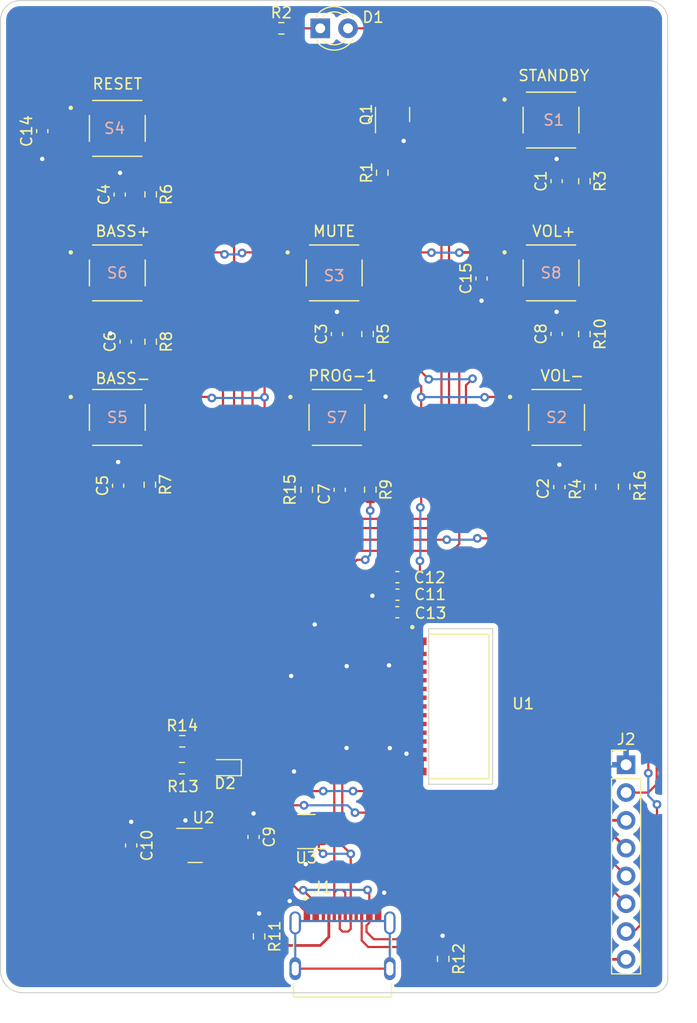
<source format=kicad_pcb>
(kicad_pcb (version 20211014) (generator pcbnew)
  (layers (0 "F.Cu" signal) (31 "B.Cu" signal) (34 "B.Paste" user) (35 "F.Paste" user) (36 "B.SilkS" user "B.Silkscreen") (37 "F.SilkS" user "F.Silkscreen") (38 "B.Mask" user) (39 "F.Mask" user) (44 "Edge.Cuts" user))
  (net 0 "")
  (net 1 "Net-(D1-Pad1)")
  (net 2 "Net-(D1-Pad2)")
  (net 4 "/SW_STANDBY")
  (net 5 "/SW_RESET")
  (net 7 "Net-(Q1-Pad1)")
  (net 10 "/SW_VOLP")
  (net 11 "/SW_VOLM")
  (net 13 "/SW_BASSP")
  (net 15 "/SW_BASSM")
  (net 16 "/SW_PROG1")
  (net 17 "GND")
  (net 18 "/USB_D+")
  (net 19 "/IR_OUT")
  (net 22 "/USB_D-")
  (net 23 "Net-(J1-PadA5)")
  (net 26 "Net-(J1-PadB5)")
  (net 27 "Net-(D2-Pad2)")
  (net 32 "+3V3")
  (net 33 "Net-(R3-Pad1)")
  (net 34 "VBUS")
  (net 35 "/RST")
  (net 36 "/BOOT0")
  (net 37 "Net-(R4-Pad1)")
  (net 38 "Net-(R5-Pad1)")
  (net 39 "Net-(R6-Pad1)")
  (net 40 "Net-(R7-Pad1)")
  (net 41 "Net-(R8-Pad1)")
  (net 42 "Net-(R9-Pad1)")
  (net 43 "Net-(R10-Pad1)")
  (net 46 "Net-(J1-PadS1)")
  (net 47 "/BOOT1")
  (net 48 "/RXD0")
  (net 49 "/TXD0")
  (net 52 "/SW_MUTE")
  (footprint "TS-1187A-B-A-B:SW_TS-1187A-B-A-B" (layer "F.Cu") (at 146.558 78.232)
    (fp_text reference "S3")
    (fp_text value "MUTE")
  )
  (footprint "Resistor_SMD:R_0603_1608Metric" (layer "F.Cu") (at 169.418 83.82 -90)
    (fp_text reference "R10")
    (fp_text value "10K")
  )
  (footprint "TS-1187A-B-A-B:SW_TS-1187A-B-A-B" (layer "F.Cu") (at 166.37 78.232)
    (fp_text reference "S8")
    (fp_text value "VOL+")
  )
  (footprint "Resistor_SMD:R_0603_1608Metric" (layer "F.Cu") (at 139.7 138.874 -90)
    (fp_text reference "R11")
    (fp_text value "5.1K")
  )
  (footprint "Resistor_SMD:R_0603_1608Metric" (layer "F.Cu") (at 149.86 98.044 -90)
    (fp_text reference "R9")
    (fp_text value "10K")
  )
  (footprint "Capacitor_SMD:C_0603_1608Metric" (layer "F.Cu") (at 166.878 69.85 90)
    (fp_text reference "C1")
    (fp_text value "100n")
  )
  (footprint "Resistor_SMD:R_0603_1608Metric" (layer "F.Cu") (at 149.606 83.82 -90)
    (fp_text reference "R5")
    (fp_text value "10K")
  )
  (footprint "Connector_PinHeader_2.54mm:PinHeader_1x08_P2.54mm_Vertical" (layer "F.Cu") (at 173.228 123.185)
    (fp_text reference "J2")
    (fp_text value "Debug connector")
  )
  (footprint "TS-1187A-B-A-B:SW_TS-1187A-B-A-B" (layer "F.Cu") (at 166.878 91.44)
    (fp_text reference "S2")
    (fp_text value "VOL-")
  )
  (footprint "LED_SMD:LED_0603_1608Metric" (layer "F.Cu") (at 136.59 123.45 180)
    (fp_text reference "D2")
    (fp_text value "Heartbeat")
  )
  (footprint "LED_THT:LED_D3.0mm_IRBlack" (layer "F.Cu") (at 145.283 55.88)
    (fp_text reference "D1")
    (fp_text value "TSAL6200")
  )
  (footprint "Capacitor_SMD:C_0603_1608Metric" (layer "F.Cu") (at 127.508 84.519 90)
    (fp_text reference "C6")
    (fp_text value "100n")
  )
  (footprint "Capacitor_SMD:C_0603_1608Metric" (layer "F.Cu") (at 152.34 107.64)
    (fp_text reference "C11")
    (fp_text value "10u")
  )
  (footprint "TS-1187A-B-A-B:SW_TS-1187A-B-A-B" (layer "F.Cu") (at 126.746 91.44)
    (fp_text reference "S5")
    (fp_text value "BASS-")
  )
  (footprint "TS-1187A-B-A-B:SW_TS-1187A-B-A-B" (layer "F.Cu") (at 126.746 65.024)
    (fp_text reference "S4")
    (fp_text value "RESET")
  )
  (footprint "Resistor_SMD:R_0603_1608Metric" (layer "F.Cu") (at 144.05 98.044 -90)
    (fp_text reference "R15")
    (fp_text value "10K")
  )
  (footprint "Resistor_SMD:R_0603_1608Metric" (layer "F.Cu") (at 129.794 71.057 -90)
    (fp_text reference "R6")
    (fp_text value "10K")
  )
  (footprint "Capacitor_SMD:C_0603_1608Metric" (layer "F.Cu") (at 126.8222 97.6762 90)
    (fp_text reference "C5")
    (fp_text value "100n")
  )
  (footprint "Resistor_SMD:R_0603_1608Metric" (layer "F.Cu") (at 132.64 123.5)
    (fp_text reference "R13")
    (fp_text value "120R")
  )
  (footprint "Capacitor_SMD:C_0603_1608Metric" (layer "F.Cu") (at 160.02 78.74 90)
    (fp_text reference "C15")
    (fp_text value "100n")
  )
  (footprint "Capacitor_SMD:C_0603_1608Metric" (layer "F.Cu") (at 128.016 130.556 -90)
    (fp_text reference "C10")
    (fp_text value "100n")
  )
  (footprint "Package_TO_SOT_SMD:SOT-23" (layer "F.Cu") (at 133.858 130.556)
    (fp_text reference "U2")
    (fp_text value "XC6206PxxxMR")
  )
  (footprint "Capacitor_SMD:C_0603_1608Metric" (layer "F.Cu") (at 147.066 98.057 90)
    (fp_text reference "C7")
    (fp_text value "100n")
  )
  (footprint "Capacitor_SMD:C_0603_1608Metric" (layer "F.Cu") (at 152.33 106.04)
    (fp_text reference "C12")
    (fp_text value "100n")
  )
  (footprint "Capacitor_SMD:C_0603_1608Metric" (layer "F.Cu") (at 167.132 97.803 90)
    (fp_text reference "C2")
    (fp_text value "100n")
  )
  (footprint "Resistor_SMD:R_0603_1608Metric" (layer "F.Cu") (at 156.52 140.925 -90)
    (fp_text reference "R12")
    (fp_text value "5.1K")
  )
  (footprint "Capacitor_SMD:C_0603_1608Metric" (layer "F.Cu") (at 166.878 83.807 90)
    (fp_text reference "C8")
    (fp_text value "100n")
  )
  (footprint "Capacitor_SMD:C_0603_1608Metric" (layer "F.Cu") (at 139.192 129.781 -90)
    (fp_text reference "C9")
    (fp_text value "10u")
  )
  (footprint "Capacitor_SMD:C_0603_1608Metric" (layer "F.Cu") (at 152.32 109.24)
    (fp_text reference "C13")
    (fp_text value "10u")
  )
  (footprint "Package_TO_SOT_SMD:SOT-23-6" (layer "F.Cu") (at 144.018 129.286 180)
    (fp_text reference "U3")
    (fp_text value "SRV05-4")
  )
  (footprint "TS-1187A-B-A-B:SW_TS-1187A-B-A-B" (layer "F.Cu") (at 126.746 78.232)
    (fp_text reference "S6")
    (fp_text value "BASS+")
  )
  (footprint "TS-1187A-B-A-B:SW_TS-1187A-B-A-B" (layer "F.Cu") (at 166.37 64.262)
    (fp_text reference "S1")
    (fp_text value "STANDBY")
  )
  (footprint "Resistor_SMD:R_0603_1608Metric" (layer "F.Cu") (at 150.95 69.075 90)
    (fp_text reference "R1")
    (fp_text value "1K")
  )
  (footprint "ESP32-C3-MINI-1-N4:XCVR_ESP32-C3-MINI-1-N4" (layer "F.Cu") (at 152.4 117.856 -90)
    (fp_text reference "U1")
    (fp_text value "ESP32-C3-MINI-1-N4")
  )
  (footprint "Resistor_SMD:R_0603_1608Metric" (layer "F.Cu") (at 169.926 97.79 -90)
    (fp_text reference "R4")
    (fp_text value "10K")
  )
  (footprint "Package_TO_SOT_SMD:SOT-23" (layer "F.Cu") (at 151.892 63.754 90)
    (fp_text reference "Q1")
    (fp_text value "MMBT3904")
  )
  (footprint "Capacitor_SMD:C_0603_1608Metric" (layer "F.Cu") (at 126.963 71.07 90)
    (fp_text reference "C4")
    (fp_text value "100n")
  )
  (footprint "TYPE-C-31-M-12:HRO_TYPE-C-31-M-12" (layer "F.Cu") (at 147.32 141.8165)
    (fp_text reference "J1")
    (fp_text value "TYPE-C-31-M-12")
  )
  (footprint "Resistor_SMD:R_0603_1608Metric" (layer "F.Cu") (at 173.05 97.775 -90)
    (fp_text reference "R16")
    (fp_text value "10K")
  )
  (footprint "Resistor_SMD:R_0603_1608Metric" (layer "F.Cu") (at 169.418 69.85 -90)
    (fp_text reference "R3")
    (fp_text value "10K")
  )
  (footprint "TS-1187A-B-A-B:SW_TS-1187A-B-A-B" (layer "F.Cu") (at 146.812 91.44)
    (fp_text reference "S7")
    (fp_text value "PROG-1")
  )
  (footprint "Resistor_SMD:R_0603_1608Metric" (layer "F.Cu") (at 129.7178 97.5868 -90)
    (fp_text reference "R7")
    (fp_text value "10K")
  )
  (footprint "Resistor_SMD:R_0603_1608Metric" (layer "F.Cu") (at 129.794 84.519 -90)
    (fp_text reference "R8")
    (fp_text value "10K")
  )
  (footprint "Capacitor_SMD:C_0603_1608Metric" (layer "F.Cu") (at 146.812 83.82 90)
    (fp_text reference "C3")
    (fp_text value "100n")
  )
  (footprint "Capacitor_SMD:C_0603_1608Metric" (layer "F.Cu") (at 119.888 65.278 90)
    (fp_text reference "C14")
    (fp_text value "100n")
  )
  (footprint "Resistor_SMD:R_0603_1608Metric" (layer "F.Cu") (at 141.732 55.88)
    (fp_text reference "R2")
    (fp_text value "10R")
  )
  (footprint "Resistor_SMD:R_0603_1608Metric" (layer "F.Cu") (at 132.68 121.04)
    (fp_text reference "R14")
    (fp_text value "10K")
  )
  (gr_arc (start 177.038 142.748) (mid 176.666026 143.646026) (end 175.768 144.018) (layer "Edge.Cuts") (width 0.1))
  (gr_arc (start 118.11 144.018) (mid 116.673159 143.422841) (end 116.078 141.986) (layer "Edge.Cuts") (width 0.1))
  (gr_line (start 116.078 141.986) (end 116.078 55.118) (layer "Edge.Cuts") (width 0.1))
  (gr_arc (start 116.078 55.118) (mid 116.598764 53.860764) (end 117.856 53.34) (layer "Edge.Cuts") (width 0.1))
  (gr_arc (start 175.26 53.34) (mid 176.424949 53.774803) (end 177.02013 54.866553) (layer "Edge.Cuts") (width 0.1))
  (gr_line (start 177.02013 54.866553) (end 177.038 142.748) (layer "Edge.Cuts") (width 0.1))
  (gr_line (start 117.856 53.34) (end 175.26 53.34) (layer "Edge.Cuts") (width 0.1))
  (gr_line (start 175.768 144.018) (end 118.11 144.018) (layer "Edge.Cuts") (width 0.1))
  (gr_rect (start 161.036 124.968) (end 155.194 110.744) (layer "Edge.Cuts") (width 0.1) (fill none))
  (segment (start 142.557 55.88) (end 145.283 55.88) (width 0.2) (layer "F.Cu") (net 1))
  (segment (start 151.892 57.404) (end 151.892 62.8165) (width 0.2) (layer "F.Cu") (net 2))
  (segment (start 147.823 55.88) (end 150.368 55.88) (width 0.2) (layer "F.Cu") (net 2))
  (segment (start 150.368 55.88) (end 151.892 57.404) (width 0.2) (layer "F.Cu") (net 2))
  (segment (start 158.785 70.675) (end 157.05 72.41) (width 0.2) (layer "F.Cu") (net 4))
  (segment (start 142.289 101.551) (end 156.669 101.551) (width 0.2) (layer "F.Cu") (net 4))
  (segment (start 140.716 103.124) (end 142.289 101.551) (width 0.2) (layer "F.Cu") (net 4))
  (segment (start 144.8 113.056) (end 142.012 113.056) (width 0.2) (layer "F.Cu") (net 4))
  (segment (start 169.418 70.675) (end 158.785 70.675) (width 0.2) (layer "F.Cu") (net 4))
  (segment (start 140.716 111.76) (end 140.716 103.124) (width 0.2) (layer "F.Cu") (net 4))
  (segment (start 142.012 113.056) (end 140.716 111.76) (width 0.2) (layer "F.Cu") (net 4))
  (segment (start 157.05 72.41) (end 157.05 101.17) (width 0.2) (layer "F.Cu") (net 4))
  (segment (start 156.669 101.551) (end 157.05 101.17) (width 0.2) (layer "F.Cu") (net 4))
  (segment (start 144.8 118.656) (end 142.024 118.656) (width 0.2) (layer "F.Cu") (net 5))
  (segment (start 142.024 118.656) (end 137.414 114.046) (width 0.2) (layer "F.Cu") (net 5))
  (segment (start 126.963 71.845) (end 127 71.882) (width 0.2) (layer "F.Cu") (net 5))
  (segment (start 137.414 74.93) (end 137.414 105.156) (width 0.2) (layer "F.Cu") (net 5))
  (segment (start 127 71.882) (end 134.366 71.882) (width 0.2) (layer "F.Cu") (net 5))
  (segment (start 134.366 71.882) (end 137.414 74.93) (width 0.2) (layer "F.Cu") (net 5))
  (segment (start 137.414 114.046) (end 137.414 105.156) (width 0.2) (layer "F.Cu") (net 5))
  (segment (start 150.942 68.069) (end 150.939 68.072) (width 0.2) (layer "F.Cu") (net 7))
  (segment (start 150.942 64.6915) (end 150.942 68.069) (width 0.2) (layer "F.Cu") (net 7))
  (segment (start 158.814 84.645) (end 157.988 85.471) (width 0.2) (layer "F.Cu") (net 10))
  (segment (start 147.066 108.077) (end 149.7 110.711) (width 0.2) (layer "F.Cu") (net 10))
  (segment (start 157.353 103.632) (end 148.209 103.632) (width 0.2) (layer "F.Cu") (net 10))
  (segment (start 147.066 104.775) (end 147.066 108.077) (width 0.2) (layer "F.Cu") (net 10))
  (segment (start 169.418 84.645) (end 158.814 84.645) (width 0.2) (layer "F.Cu") (net 10))
  (segment (start 149.7 110.711) (end 149.7 111.956) (width 0.2) (layer "F.Cu") (net 10))
  (segment (start 157.988 102.997) (end 157.353 103.632) (width 0.2) (layer "F.Cu") (net 10))
  (segment (start 157.988 85.471) (end 157.988 102.997) (width 0.2) (layer "F.Cu") (net 10))
  (segment (start 148.209 103.632) (end 147.066 104.775) (width 0.2) (layer "F.Cu") (net 10))
  (segment (start 144.8 116.256) (end 142.056 116.256) (width 0.2) (layer "F.Cu") (net 11))
  (segment (start 139.1 88.1) (end 139.25 87.95) (width 0.2) (layer "F.Cu") (net 11))
  (segment (start 139.1 113.3) (end 139.1 88.1) (width 0.2) (layer "F.Cu") (net 11))
  (segment (start 158.6 88.5) (end 159.2 87.9) (width 0.2) (layer "F.Cu") (net 11))
  (segment (start 169.926 98.615) (end 159.015 98.615) (width 0.2) (layer "F.Cu") (net 11))
  (segment (start 142.056 116.256) (end 139.1 113.3) (width 0.2) (layer "F.Cu") (net 11))
  (segment (start 139.25 87.95) (end 141.05 86.15) (width 0.2) (layer "F.Cu") (net 11))
  (segment (start 153.4 86.15) (end 155.2 87.95) (width 0.2) (layer "F.Cu") (net 11))
  (segment (start 159.015 98.615) (end 158.6 98.2) (width 0.2) (layer "F.Cu") (net 11))
  (segment (start 141.05 86.15) (end 153.35 86.15) (width 0.2) (layer "F.Cu") (net 11))
  (segment (start 153.35 86.15) (end 153.4 86.15) (width 0.2) (layer "F.Cu") (net 11))
  (segment (start 158.6 98.2) (end 158.6 88.5) (width 0.2) (layer "F.Cu") (net 11))
  (via (at 155.2 87.95) (size 0.8) (drill 0.4) (layers "F.Cu" "B.Cu") (net 11))
  (via (at 159.2 87.9) (size 0.8) (drill 0.4) (layers "F.Cu" "B.Cu") (net 11))
  (segment (start 159.15 87.95) (end 159.2 87.9) (width 0.2) (layer "B.Cu") (net 11))
  (segment (start 155.2 87.95) (end 159.15 87.95) (width 0.2) (layer "B.Cu") (net 11))
  (segment (start 136.398 86.868) (end 136.398 114.3) (width 0.2) (layer "F.Cu") (net 13))
  (segment (start 134.874 85.344) (end 136.398 86.868) (width 0.2) (layer "F.Cu") (net 13))
  (segment (start 129.794 85.344) (end 134.874 85.344) (width 0.2) (layer "F.Cu") (net 13))
  (segment (start 127.558 85.344) (end 127.508 85.294) (width 0.2) (layer "F.Cu") (net 13))
  (segment (start 144.8 119.456) (end 141.554 119.456) (width 0.2) (layer "F.Cu") (net 13))
  (segment (start 136.398 114.3) (end 139.192 117.094) (width 0.2) (layer "F.Cu") (net 13))
  (segment (start 129.794 85.344) (end 127.558 85.344) (width 0.2) (layer "F.Cu") (net 13))
  (segment (start 141.554 119.456) (end 139.192 117.094) (width 0.2) (layer "F.Cu") (net 13))
  (segment (start 126.8222 98.4512) (end 135.0272 98.4512) (width 0.2) (layer "F.Cu") (net 15))
  (segment (start 144.8 120.256) (end 141.084 120.256) (width 0.2) (layer "F.Cu") (net 15))
  (segment (start 135.0272 98.4512) (end 135.636 99.06) (width 0.2) (layer "F.Cu") (net 15))
  (segment (start 141.084 120.256) (end 135.636 114.808) (width 0.2) (layer "F.Cu") (net 15))
  (segment (start 135.636 114.808) (end 135.636 99.06) (width 0.2) (layer "F.Cu") (net 15))
  (segment (start 149.86 98.869) (end 149.86 99.94) (width 0.2) (layer "F.Cu") (net 16))
  (segment (start 150.5 110.45) (end 147.95 107.9) (width 0.2) (layer "F.Cu") (net 16))
  (segment (start 148.65 104.45) (end 149.4 104.45) (width 0.2) (layer "F.Cu") (net 16))
  (segment (start 144.05 98.869) (end 149.86 98.869) (width 0.2) (layer "F.Cu") (net 16))
  (segment (start 150.5 111.956) (end 150.5 110.45) (width 0.2) (layer "F.Cu") (net 16))
  (segment (start 147.95 107.9) (end 147.95 105.15) (width 0.2) (layer "F.Cu") (net 16))
  (segment (start 147.95 105.15) (end 148.65 104.45) (width 0.2) (layer "F.Cu") (net 16))
  (segment (start 149.86 99.94) (end 149.85 99.95) (width 0.2) (layer "F.Cu") (net 16))
  (via (at 149.85 99.95) (size 0.8) (drill 0.4) (layers "F.Cu" "B.Cu") (net 16))
  (via (at 149.4 104.45) (size 0.8) (drill 0.4) (layers "F.Cu" "B.Cu") (net 16))
  (segment (start 149.85 99.95) (end 149.85 104) (width 0.2) (layer "B.Cu") (net 16))
  (segment (start 149.85 104) (end 149.4 104.45) (width 0.2) (layer "B.Cu") (net 16))
  (segment (start 154.6 113.856) (end 154.6 114.656) (width 0.2) (layer "F.Cu") (net 17))
  (segment (start 126.8222 96.9012) (end 126.8222 95.5172) (width 0.2) (layer "F.Cu") (net 17))
  (segment (start 151.675 115.881) (end 147.725 115.881) (width 0.2) (layer "F.Cu") (net 17))
  (segment (start 144.8 111.956) (end 144.75 111.906) (width 0.2) (layer "F.Cu") (net 17))
  (segment (start 154.65 111.906) (end 154.65 113.006) (width 0.2) (layer "F.Cu") (net 17))
  (segment (start 145.7 111.956) (end 144.8 111.956) (width 0.2) (layer "F.Cu") (net 17))
  (segment (start 151.675 115.881) (end 151.675 119.724) (width 0.2) (layer "F.Cu") (net 17))
  (segment (start 144.07 136.7215) (end 142.9845 135.636) (width 0.2) (layer "F.Cu") (net 17))
  (segment (start 152.9 113.1) (end 152.9 111.956) (width 0.2) (layer "F.Cu") (net 17))
  (segment (start 150.05 107.74) (end 151.465 107.74) (width 0.2) (layer "F.Cu") (net 17))
  (segment (start 154.65 113.006) (end 154.6 113.056) (width 0.2) (layer "F.Cu") (net 17))
  (segment (start 160.02 79.515) (end 160.02 80.772) (width 0.25) (layer "F.Cu") (net 17))
  (segment (start 154.6 122.656) (end 153.644 122.656) (width 0.2) (layer "F.Cu") (net 17))
  (segment (start 132.9205 129.606) (end 132.9205 128.3185) (width 0.2) (layer "F.Cu") (net 17))
  (segment (start 151.638 119.868) (end 151.675 119.831) (width 0.2) (layer "F.Cu") (net 17))
  (segment (start 147.69 121.65) (end 147.69 119.866) (width 0.2) (layer "F.Cu") (net 17))
  (segment (start 151.675 114.205) (end 151.57 114.1) (width 0.2) (layer "F.Cu") (net 17))
  (segment (start 149.7 119.831) (end 149.7 115.881) (width 0.2) (layer "F.Cu") (net 17))
  (segment (start 151.675 119.724) (end 151.638 119.761) (width 0.2) (layer "F.Cu") (net 17))
  (segment (start 153.644 122.656) (end 153.162 122.174) (width 0.2) (layer "F.Cu") (net 17))
  (segment (start 152.842 64.6915) (end 152.842 66.101) (width 0.2) (layer "F.Cu") (net 17))
  (segment (start 151.555 106.04) (end 151.555 109.26) (width 0.2) (layer "F.Cu") (net 17))
  (segment (start 156.52 140.1) (end 156.52 138.867) (width 0.2) (layer "F.Cu") (net 17))
  (segment (start 144.803283 129.29) (end 144.26 129.29) (width 0.2) (layer "F.Cu") (net 17))
  (segment (start 126.963 70.295) (end 126.963 69.125) (width 0.2) (layer "F.Cu") (net 17))
  (segment (start 154.6 114.656) (end 152.9 114.656) (width 0.2) (layer "F.Cu") (net 17))
  (segment (start 154.6 113.056) (end 154.6 113.856) (width 0.2) (layer "F.Cu") (net 17))
  (segment (start 147.701 114.173) (end 147.701 115.951) (width 0.2) (layer "F.Cu") (net 17))
  (segment (start 142.63 115.07) (end 143.044 114.656) (width 0.2) (layer "F.Cu") (net 17))
  (segment (start 154.6 117.856) (end 151.675 117.856) (width 0.2) (layer "F.Cu") (net 17))
  (segment (start 132.9205 128.3185) (end 132.969 128.27) (width 0.2) (layer "F.Cu") (net 17))
  (segment (start 154.65 122.706) (end 154.6 122.656) (width 0.2) (layer "F.Cu") (net 17))
  (segment (start 144.807283 129.286) (end 144.803283 129.29) (width 0.2) (layer "F.Cu") (net 17))
  (segment (start 154.65 123.806) (end 154.65 122.706) (width 0.2) (layer "F.Cu") (net 17))
  (segment (start 151.638 119.761) (end 151.568 119.831) (width 0.2) (layer "F.Cu") (net 17))
  (segment (start 149.7 115.881) (end 149.93 115.881) (width 0.2) (layer "F.Cu") (net 17))
  (segment (start 166.878 69.075) (end 166.878 67.818) (width 0.2) (layer "F.Cu") (net 17))
  (segment (start 145.1555 129.286) (end 144.807283 129.286) (width 0.2) (layer "F.Cu") (net 17))
  (segment (start 144.75 123.806) (end 142.896 123.806) (width 0.2) (layer "F.Cu") (net 17))
  (segment (start 151.554 107.762) (end 151.567 107.775) (width 0.2) (layer "F.Cu") (net 17))
  (segment (start 147.725 117.856) (end 151.675 117.856) (width 0.2) (layer "F.Cu") (net 17))
  (segment (start 142.9845 135.636) (end 142.494 135.636) (width 0.2) (layer "F.Cu") (net 17))
  (segment (start 154.65 111.906) (end 152.95 111.906) (width 0.2) (layer "F.Cu") (net 17))
  (segment (start 144.07 129.48) (end 144.07 132.16) (width 0.2) (layer "F.Cu") (net 17))
  (segment (start 151.9 114.1) (end 152.9 113.1) (width 0.2) (layer "F.Cu") (net 17))
  (segment (start 144.07 132.16) (end 143.96 132.27) (width 0.2) (layer "F.Cu") (net 17))
  (segment (start 152.95 111.906) (end 152.9 111.956) (width 0.2) (layer "F.Cu") (net 17))
  (segment (start 147.725 119.831) (end 151.675 119.831) (width 0.2) (layer "F.Cu") (net 17))
  (segment (start 119.888 66.053) (end 119.888 67.818) (width 0.25) (layer "F.Cu") (net 17))
  (segment (start 147.69 119.866) (end 147.725 119.831) (width 0.2) (layer "F.Cu") (net 17))
  (segment (start 147.725 119.831) (end 147.725 115.881) (width 0.2) (layer "F.Cu") (net 17))
  (segment (start 143.044 114.656) (end 144.8 114.656) (width 0.2) (layer "F.Cu") (net 17))
  (segment (start 151.227 89.565) (end 143.812 89.565) (width 0.25) (layer "F.Cu") (net 17))
  (segment (start 151.57 114.1) (end 151.9 114.1) (width 0.2) (layer "F.Cu") (net 17))
  (segment (start 166.878 83.032) (end 166.878 81.788) (width 0.2) (layer "F.Cu") (net 17))
  (segment (start 144.26 129.29) (end 144.07 129.48) (width 0.2) (layer "F.Cu") (net 17))
  (segment (start 151.567 109.248) (end 151.545 109.27) (width 0.2) (layer "F.Cu") (net 17))
  (segment (start 126.963 69.125) (end 127 69.088) (width 0.2) (layer "F.Cu") (net 17))
  (segment (start 144.75 111.906) (end 144.75 110.393) (width 0.2) (layer "F.Cu") (net 17))
  (segment (start 151.638 117.856) (end 151.765 117.729) (width 0.2) (layer "F.Cu") (net 17))
  (segment (start 151.675 115.881) (end 151.675 114.205) (width 0.2) (layer "F.Cu") (net 17))
  (segment (start 151.257 89.535) (end 151.227 89.565) (width 0.25) (layer "F.Cu") (net 17))
  (segment (start 128.016 129.781) (end 128.016 128.397) (width 0.2) (layer "F.Cu") (net 17))
  (segment (start 151.465 107.74) (end 151.565 107.64) (width 0.2) (layer "F.Cu") (net 17))
  (segment (start 151.638 121.666) (end 151.638 119.868) (width 0.2) (layer "F.Cu") (net 17))
  (segment (start 126.124 83.744) (end 126.111 83.757) (width 0.2) (layer "F.Cu") (net 17))
  (segment (start 151.675 115.881) (end 152.9 114.656) (width 0.2) (layer "F.Cu") (net 17))
  (segment (start 150.57 136.7215) (end 150.57 135.434) (width 0.2) (layer "F.Cu") (net 17))
  (segment (start 152.842 66.101) (end 152.908 66.167) (width 0.2) (layer "F.Cu") (net 17))
  (segment (start 139.7 138.049) (end 139.7 136.779) (width 0.2) (layer "F.Cu") (net 17))
  (segment (start 139.192 129.006) (end 139.192 127.635) (width 0.2) (layer "F.Cu") (net 17))
  (segment (start 127.508 83.744) (end 126.124 83.744) (width 0.2) (layer "F.Cu") (net 17))
  (segment (start 144.75 110.393) (end 144.78 110.363) (width 0.2) (layer "F.Cu") (net 17))
  (segment (start 142.896 123.806) (end 142.89 123.8) (width 0.2) (layer "F.Cu") (net 17))
  (segment (start 146.812 83.045) (end 146.812 81.788) (width 0.2) (layer "F.Cu") (net 17))
  (segment (start 154.6 117.056) (end 154.6 114.656) (width 0.2) (layer "F.Cu") (net 17))
  (segment (start 150.57 135.434) (end 151.13 134.874) (width 0.2) (layer "F.Cu") (net 17))
  (segment (start 167.132 97.028) (end 167.132 95.758) (width 0.2) (layer "F.Cu") (net 17))
  (segment (start 156.52 138.867) (end 156.464 138.811) (width 0.2) (layer "F.Cu") (net 17))
  (segment (start 154.6 117.056) (end 154.6 122.656) (width 0.2) (layer "F.Cu") (net 17))
  (via (at 126.111 83.757) (size 0.8) (drill 0.4) (layers "F.Cu" "B.Cu") (net 17))
  (via (at 151.257 89.535) (size 0.8) (drill 0.4) (layers "F.Cu" "B.Cu") (net 17))
  (via (at 146.812 81.788) (size 0.8) (drill 0.4) (layers "F.Cu" "B.Cu") (net 17))
  (via (at 166.878 81.788) (size 0.8) (drill 0.4) (layers "F.Cu" "B.Cu") (net 17))
  (via (at 126.8222 95.5172) (size 0.8) (drill 0.4) (layers "F.Cu" "B.Cu") (net 17))
  (via (at 144.78 110.363) (size 0.8) (drill 0.4) (layers "F.Cu" "B.Cu") (net 17))
  (via (at 151.13 134.874) (size 0.8) (drill 0.4) (layers "F.Cu" "B.Cu") (net 17))
  (via (at 166.878 67.818) (size 0.8) (drill 0.4) (layers "F.Cu" "B.Cu") (net 17))
  (via (at 151.57 114.1) (size 0.8) (drill 0.4) (layers "F.Cu" "B.Cu") (net 17))
  (via (at 128.016 128.397) (size 0.8) (drill 0.4) (layers "F.Cu" "B.Cu") (net 17))
  (via (at 127 69.088) (size 0.8) (drill 0.4) (layers "F.Cu" "B.Cu") (net 17))
  (via (at 119.888 67.818) (size 0.8) (drill 0.4) (layers "F.Cu" "B.Cu") (net 17))
  (via (at 153.162 122.174) (size 0.8) (drill 0.4) (layers "F.Cu" "B.Cu") (net 17))
  (via (at 139.7 136.779) (size 0.8) (drill 0.4) (layers "F.Cu" "B.Cu") (net 17))
  (via (at 152.908 66.167) (size 0.8) (drill 0.4) (layers "F.Cu" "B.Cu") (net 17))
  (via (at 142.89 123.8) (size 0.8) (drill 0.4) (layers "F.Cu" "B.Cu") (net 17))
  (via (at 156.464 138.811) (size 0.8) (drill 0.4) (layers "F.Cu" "B.Cu") (net 17))
  (via (at 139.192 127.635) (size 0.8) (drill 0.4) (layers "F.Cu" "B.Cu") (net 17))
  (via (at 142.494 135.636) (size 0.8) (drill 0.4) (layers "F.Cu" "B.Cu") (net 17))
  (via (at 132.969 128.27) (size 0.8) (drill 0.4) (layers "F.Cu" "B.Cu") (net 17))
  (via (at 167.132 95.758) (size 0.8) (drill 0.4) (layers "F.Cu" "B.Cu") (net 17))
  (via (at 151.638 121.666) (size 0.8) (drill 0.4) (layers "F.Cu" "B.Cu") (net 17))
  (via (at 147.69 121.65) (size 0.8) (drill 0.4) (layers "F.Cu" "B.Cu") (net 17))
  (via (at 143.96 132.27) (size 0.8) (drill 0.4) (layers "F.Cu" "B.Cu") (net 17))
  (via (at 150.05 107.74) (size 0.8) (drill 0.4) (layers "F.Cu" "B.Cu") (net 17))
  (via (at 147.701 114.173) (size 0.8) (drill 0.4) (layers "F.Cu" "B.Cu") (net 17))
  (via (at 142.63 115.07) (size 0.8) (drill 0.4) (layers "F.Cu" "B.Cu") (net 17))
  (via (at 160.02 80.772) (size 0.8) (drill 0.4) (layers "F.Cu" "B.Cu") (net 17))
  (segment (start 145.1555 130.9315) (end 145.542 131.318) (width 0.2) (layer "F.Cu") (net 18))
  (segment (start 147.3 123.756) (end 147.3 130.56) (width 0.2) (layer "F.Cu") (net 18))
  (segment (start 147.3 130.56) (end 148.07 131.33) (width 0.2) (layer "F.Cu") (net 18))
  (segment (start 148.07 138.188) (end 148.07 136.7215) (width 0.2) (layer "F.Cu") (net 18))
  (segment (start 147.828 138.43) (end 148.07 138.188) (width 0.2) (layer "F.Cu") (net 18))
  (segment (start 145.1555 130.236) (end 145.1555 130.9315) (width 0.2) (layer "F.Cu") (net 18))
  (segment (start 147.07 136.7215) (end 147.07 138.18) (width 0.2) (layer "F.Cu") (net 18))
  (segment (start 148.07 131.33) (end 148.07 136.7215) (width 0.2) (layer "F.Cu") (net 18))
  (segment (start 147.32 138.43) (end 147.828 138.43) (width 0.2) (layer "F.Cu") (net 18))
  (segment (start 147.07 138.18) (end 147.32 138.43) (width 0.2) (layer "F.Cu") (net 18))
  (via (at 148.07 131.33) (size 0.8) (drill 0.4) (layers "F.Cu" "B.Cu") (net 18))
  (via (at 145.542 131.318) (size 0.8) (drill 0.4) (layers "F.Cu" "B.Cu") (net 18))
  (segment (start 148.058 131.318) (end 148.07 131.33) (width 0.2) (layer "B.Cu") (net 18))
  (segment (start 145.542 131.318) (end 148.058 131.318) (width 0.2) (layer "B.Cu") (net 18))
  (segment (start 141.732 100.711) (end 155.575 100.711) (width 0.2) (layer "F.Cu") (net 19))
  (segment (start 150.95 69.9) (end 154.47 69.9) (width 0.2) (layer "F.Cu") (net 19))
  (segment (start 144.8 113.856) (end 141.542 113.856) (width 0.2) (layer "F.Cu") (net 19))
  (segment (start 139.827 102.616) (end 141.732 100.711) (width 0.2) (layer "F.Cu") (net 19))
  (segment (start 156.36 99.926) (end 156.36 98.91) (width 0.2) (layer "F.Cu") (net 19))
  (segment (start 155.575 100.711) (end 156.36 99.926) (width 0.2) (layer "F.Cu") (net 19))
  (segment (start 154.47 69.9) (end 156.36 71.79) (width 0.2) (layer "F.Cu") (net 19))
  (segment (start 156.36 71.79) (end 156.36 98.91) (width 0.2) (layer "F.Cu") (net 19))
  (segment (start 141.542 113.856) (end 139.827 112.141) (width 0.2) (layer "F.Cu") (net 19))
  (segment (start 139.827 112.141) (end 139.827 102.616) (width 0.2) (layer "F.Cu") (net 19))
  (segment (start 147.574 134.874) (end 147.32 134.62) (width 0.2) (layer "F.Cu") (net 22))
  (segment (start 146.57 123.826) (end 146.57 128.258) (width 0.2) (layer "F.Cu") (net 22))
  (segment (start 147.32 134.62) (end 146.812 134.62) (width 0.2) (layer "F.Cu") (net 22))
  (segment (start 147.57 134.878) (end 147.574 134.874) (width 0.2) (layer "F.Cu") (net 22))
  (segment (start 146.812 134.62) (end 146.57 134.862) (width 0.2) (layer "F.Cu") (net 22))
  (segment (start 147.57 136.7215) (end 147.57 134.878) (width 0.2) (layer "F.Cu") (net 22))
  (segment (start 146.57 128.258) (end 146.57 134.862) (width 0.2) (layer "F.Cu") (net 22))
  (segment (start 146.5 123.756) (end 146.57 123.826) (width 0.2) (layer "F.Cu") (net 22))
  (segment (start 145.1555 128.336) (end 146.492 128.336) (width 0.2) (layer "F.Cu") (net 22))
  (segment (start 146.57 134.862) (end 146.57 136.7215) (width 0.2) (layer "F.Cu") (net 22))
  (segment (start 146.492 128.336) (end 146.57 128.258) (width 0.2) (layer "F.Cu") (net 22))
  (segment (start 139.7 139.699) (end 145.289 139.699) (width 0.25) (layer "F.Cu") (net 23))
  (segment (start 146.07 138.918) (end 145.289 139.699) (width 0.25) (layer "F.Cu") (net 23))
  (segment (start 146.07 136.7215) (end 146.07 138.918) (width 0.25) (layer "F.Cu") (net 23))
  (segment (start 156.52 141.75) (end 154.4 141.75) (width 0.2) (layer "F.Cu") (net 26))
  (segment (start 149.07 139.24) (end 149.07 136.7215) (width 0.2) (layer "F.Cu") (net 26))
  (segment (start 152.49 139.84) (end 149.67 139.84) (width 0.2) (layer "F.Cu") (net 26))
  (segment (start 153.435 140.785) (end 152.49 139.84) (width 0.2) (layer "F.Cu") (net 26))
  (segment (start 149.67 139.84) (end 149.07 139.24) (width 0.2) (layer "F.Cu") (net 26))
  (segment (start 154.4 141.75) (end 153.435 140.785) (width 0.2) (layer "F.Cu") (net 26))
  (segment (start 135.7525 123.5) (end 135.8025 123.45) (width 0.2) (layer "F.Cu") (net 27))
  (segment (start 133.465 123.5) (end 135.7525 123.5) (width 0.2) (layer "F.Cu") (net 27))
  (segment (start 141.351 86.995) (end 152.908 86.995) (width 0.2) (layer "F.Cu") (net 32))
  (segment (start 119.888 64.503) (end 119.888 63.246) (width 0.25) (layer "F.Cu") (net 32))
  (segment (start 175.925 89.565) (end 176.022 89.662) (width 0.2) (layer "F.Cu") (net 32))
  (segment (start 154.39 105.67) (end 154.02 106.04) (width 0.2) (layer "F.Cu") (net 32))
  (segment (start 130.616 131.506) (end 128.191 131.506) (width 0.2) (layer "F.Cu") (net 32))
  (segment (start 130.61 124.705) (end 130.61 126.03) (width 0.2) (layer "F.Cu") (net 32))
  (segment (start 117.191 63.149) (end 117.094 63.246) (width 0.2) (layer "F.Cu") (net 32))
  (segment (start 123.06 123.5) (end 117.094 117.534) (width 0.2) (layer "F.Cu") (net 32))
  (segment (start 160.02 76.454) (end 159.923 76.357) (width 0.25) (layer "F.Cu") (net 32))
  (segment (start 140.2 88.146) (end 141.351 86.995) (width 0.2) (layer "F.Cu") (net 32))
  (segment (start 117.856 55.88) (end 117.094 56.642) (width 0.2) (layer "F.Cu") (net 32))
  (segment (start 159.923 76.357) (end 163.37 76.357) (width 0.25) (layer "F.Cu") (net 32))
  (segment (start 173.05 96.95) (end 176 96.95) (width 0.2) (layer "F.Cu") (net 32))
  (segment (start 152.1 110.83) (end 153.095 109.835) (width 0.2) (layer "F.Cu") (net 32))
  (segment (start 163.37 62.387) (end 169.37 62.387) (width 0.25) (layer "F.Cu") (net 32))
  (segment (start 160.3 89.6) (end 160.335 89.565) (width 0.2) (layer "F.Cu") (net 32))
  (segment (start 129.746 63.149) (end 119.791 63.149) (width 0.2) (layer "F.Cu") (net 32))
  (segment (start 129.746 76.357) (end 117.191 76.357) (width 0.2) (layer "F.Cu") (net 32))
  (segment (start 154.51 89.58) (end 154.51 99.582) (width 0.2) (layer "F.Cu") (net 32))
  (segment (start 140.2 95.4) (end 140.2 89.6) (width 0.2) (layer "F.Cu") (net 32))
  (segment (start 144.113 97.282) (end 144.05 97.219) (width 0.2) (layer "F.Cu") (net 32))
  (segment (start 117.251 89.565) (end 117.094 89.408) (width 0.2) (layer "F.Cu") (net 32))
  (segment (start 138.193 76.357) (end 143.558 76.357) (width 0.2) (layer "F.Cu") (net 32))
  (segment (start 131.815 123.5) (end 130.61 124.705) (width 0.2) (layer "F.Cu") (net 32))
  (segment (start 153.105 106.04) (end 153.105 109.26) (width 0.2) (layer "F.Cu") (net 32))
  (segment (start 160.02 77.965) (end 160.02 76.454) (width 0.25) (layer "F.Cu") (net 32))
  (segment (start 154.51 88.597) (end 154.51 89.58) (width 0.2) (layer "F.Cu") (net 32))
  (segment (start 149.558 76.357) (end 155.425 76.357) (width 0.2) (layer "F.Cu") (net 32))
  (segment (start 140.2 89.6) (end 140.2 88.146) (width 0.2) (layer "F.Cu") (net 32))
  (segment (start 140.812 96.012) (end 140.2 95.4) (width 0.2) (layer "F.Cu") (net 32))
  (segment (start 176 96.95) (end 176.022 96.972) (width 0.2) (layer "F.Cu") (net 32))
  (segment (start 135.382 89.662) (end 135.285 89.565) (width 0.2) (layer "F.Cu") (net 32))
  (segment (start 152.908 86.995) (end 154.51 88.597) (width 0.2) (layer "F.Cu") (net 32))
  (segment (start 155.425 76.357) (end 155.448 76.38) (width 0.2) (layer "F.Cu") (net 32))
  (segment (start 129.746 76.357) (end 136.357 76.357) (width 0.2) (layer "F.Cu") (net 32))
  (segment (start 132.9205 131.506) (end 130.616 131.506) (width 0.2) (layer "F.Cu") (net 32))
  (segment (start 130.61 131.5) (end 130.616 131.506) (width 0.2) (layer "F.Cu") (net 32))
  (segment (start 169.37 62.387) (end 174.909 62.387) (width 0.2) (layer "F.Cu") (net 32))
  (segment (start 163.37 76.357) (end 169.37 76.357) (width 0.2) (layer "F.Cu") (net 32))
  (segment (start 147.066 96.012) (end 140.812 96.012) (width 0.2) (layer "F.Cu") (net 32))
  (segment (start 154.51 99.582) (end 154.432 99.66) (width 0.2) (layer "F.Cu") (net 32))
  (segment (start 154.39 104.55) (end 154.39 105.67) (width 0.2) (layer "F.Cu") (net 32))
  (segment (start 119.888 63.246) (end 119.791 63.149) (width 0.25) (layer "F.Cu") (net 32))
  (segment (start 154.02 106.04) (end 153.105 106.04) (width 0.2) (layer "F.Cu") (net 32))
  (segment (start 135.285 89.565) (end 129.746 89.565) (width 0.2) (layer "F.Cu") (net 32))
  (segment (start 117.094 76.454) (end 117.094 89.408) (width 0.2) (layer "F.Cu") (net 32))
  (segment (start 143.558 76.357) (end 149.558 76.357) (width 0.2) (layer "F.Cu") (net 32))
  (segment (start 117.094 56.642) (end 117.094 63.246) (width 0.2) (layer "F.Cu") (net 32))
  (segment (start 129.746 89.565) (end 117.251 89.565) (width 0.2) (layer "F.Cu") (net 32))
  (segment (start 175.925 76.357) (end 176.022 76.454) (width 0.2) (layer "F.Cu") (net 32))
  (segment (start 153.095 109.835) (end 153.095 109.27) (width 0.2) (layer "F.Cu") (net 32))
  (segment (start 128.191 131.506) (end 128.016 131.331) (width 0.2) (layer "F.Cu") (net 32))
  (segment (start 153.105 109.26) (end 153.095 109.27) (width 0.2) (layer "F.Cu") (net 32))
  (segment (start 117.191 76.357) (end 117.094 76.454) (width 0.2) (layer "F.Cu") (net 32))
  (segment (start 131.815 123.5) (end 131.815 121.08) (width 0.2) (layer "F.Cu") (net 32))
  (segment (start 175.255 125.725) (end 173.95 125.725) (width 0.2) (layer "F.Cu") (net 32))
  (segment (start 157.988 76.38) (end 158.011 76.357) (width 0.25) (layer "F.Cu") (net 32))
  (segment (start 169.878 89.565) (end 163.878 89.565) (width 0.2) (layer "F.Cu") (net 32))
  (segment (start 169.878 89.565) (end 173.015 89.565) (width 0.2) (layer "F.Cu") (net 32))
  (segment (start 158.011 76.357) (end 159.923 76.357) (width 0.25) (layer "F.Cu") (net 32))
  (segment (start 176.022 76.454) (end 176.022 89.662) (width 0.2) (layer "F.Cu") (net 32))
  (segment (start 131.815 123.5) (end 123.06 123.5) (width 0.2) (layer "F.Cu") (net 32))
  (segment (start 176.022 63.5) (end 176.022 76.454) (width 0.2) (layer "F.Cu") (net 32))
  (segment (start 136.357 76.357) (end 136.54 76.54) (width 0.2) (layer "F.Cu") (net 32))
  (segment (start 176.022 96.972) (end 176.022 124.958) (width 0.2) (layer "F.Cu") (net 32))
  (segment (start 147.066 97.282) (end 144.113 97.282) (width 0.2) (layer "F.Cu") (net 32))
  (segment (start 173.015 89.565) (end 175.925 89.565) (width 0.2) (layer "F.Cu") (net 32))
  (segment (start 117.094 63.246) (end 117.094 76.454) (width 0.2) (layer "F.Cu") (net 32))
  (segment (start 176.022 124.958) (end 175.255 125.725) (width 0.2) (layer "F.Cu") (net 32))
  (segment (start 152.1 111.956) (end 152.1 110.83) (width 0.2) (layer "F.Cu") (net 32))
  (segment (start 130.61 126.03) (end 130.61 131.5) (width 0.2) (layer "F.Cu") (net 32))
  (segment (start 174.909 62.387) (end 176.022 63.5) (width 0.2) (layer "F.Cu") (net 32))
  (segment (start 176.022 89.662) (end 176.022 96.972) (width 0.2) (layer "F.Cu") (net 32))
  (segment (start 169.37 76.357) (end 175.925 76.357) (width 0.2) (layer "F.Cu") (net 32))
  (segment (start 138.14 76.41) (end 138.193 76.357) (width 0.2) (layer "F.Cu") (net 32))
  (segment (start 147.066 97.282) (end 147.066 96.012) (width 0.2) (layer "F.Cu") (net 32))
  (segment (start 117.094 117.534) (end 117.094 89.408) (width 0.2) (layer "F.Cu") (net 32))
  (segment (start 119.791 63.149) (end 117.191 63.149) (width 0.2) (layer "F.Cu") (net 32))
  (segment (start 140.907 55.88) (end 117.856 55.88) (width 0.2) (layer "F.Cu") (net 32))
  (segment (start 160.335 89.565) (end 163.878 89.565) (width 0.2) (layer "F.Cu") (net 32))
  (segment (start 131.815 121.08) (end 131.855 121.04) (width 0.2) (layer "F.Cu") (net 32))
  (via (at 136.54 76.54) (size 0.8) (drill 0.4) (layers "F.Cu" "B.Cu") (net 32))
  (via (at 154.39 104.55) (size 0.8) (drill 0.4) (layers "F.Cu" "B.Cu") (net 32))
  (via (at 157.988 76.38) (size 0.8) (drill 0.4) (layers "F.Cu" "B.Cu") (net 32))
  (via (at 160.3 89.6) (size 0.8) (drill 0.4) (layers "F.Cu" "B.Cu") (net 32))
  (via (at 155.448 76.38) (size 0.8) (drill 0.4) (layers "F.Cu" "B.Cu") (net 32))
  (via (at 135.382 89.662) (size 0.8) (drill 0.4) (layers "F.Cu" "B.Cu") (net 32))
  (via (at 140.2 89.6) (size 0.8) (drill 0.4) (layers "F.Cu" "B.Cu") (net 32))
  (via (at 154.432 99.66) (size 0.8) (drill 0.4) (layers "F.Cu" "B.Cu") (net 32))
  (via (at 154.51 89.58) (size 0.8) (drill 0.4) (layers "F.Cu" "B.Cu") (net 32))
  (via (at 138.14 76.41) (size 0.8) (drill 0.4) (layers "F.Cu" "B.Cu") (net 32))
  (segment (start 160.28 89.58) (end 160.3 89.6) (width 0.2) (layer "B.Cu") (net 32))
  (segment (start 138.01 76.54) (end 138.14 76.41) (width 0.2) (layer "B.Cu") (net 32))
  (segment (start 154.432 99.66) (end 154.432 104.508) (width 0.2) (layer "B.Cu") (net 32))
  (segment (start 140.138 89.662) (end 140.2 89.6) (width 0.2) (layer "B.Cu") (net 32))
  (segment (start 155.448 76.38) (end 157.988 76.38) (width 0.2) (layer "B.Cu") (net 32))
  (segment (start 154.432 104.508) (end 154.39 104.55) (width 0.2) (layer "B.Cu") (net 32))
  (segment (start 135.382 89.662) (end 140.138 89.662) (width 0.2) (layer "B.Cu") (net 32))
  (segment (start 154.51 89.58) (end 160.28 89.58) (width 0.2) (layer "B.Cu") (net 32))
  (segment (start 136.54 76.54) (end 138.01 76.54) (width 0.2) (layer "B.Cu") (net 32))
  (segment (start 169.37 68.977) (end 169.37 66.137) (width 0.2) (layer "F.Cu") (net 33))
  (segment (start 163.37 66.137) (end 169.37 66.137) (width 0.2) (layer "F.Cu") (net 33))
  (segment (start 169.418 69.025) (end 169.37 68.977) (width 0.2) (layer "F.Cu") (net 33))
  (segment (start 143.29125 134.65525) (end 139.192 130.556) (width 0.2) (layer "F.Cu") (net 34))
  (segment (start 154.297 140.965) (end 152.462 139.13) (width 0.25) (layer "F.Cu") (net 34))
  (segment (start 144.87 135.7965) (end 143.72875 134.65525) (width 0.2) (layer "F.Cu") (net 34))
  (segment (start 149.77 134.784) (end 149.606 134.62) (width 0.2) (layer "F.Cu") (net 34))
  (segment (start 149.510479 138.456252) (end 150.184227 139.13) (width 0.2) (layer "F.Cu") (net 34))
  (segment (start 173.228 140.965) (end 154.297 140.965) (width 0.25) (layer "F.Cu") (net 34))
  (segment (start 149.77 136.7215) (end 149.77 134.784) (width 0.2) (layer "F.Cu") (net 34))
  (segment (start 144.87 136.7215) (end 144.87 135.7965) (width 0.2) (layer "F.Cu") (net 34))
  (segment (start 143.72875 134.65525) (end 143.29125 134.65525) (width 0.2) (layer "F.Cu") (net 34))
  (segment (start 149.77 136.7215) (end 149.77 137.617227) (width 0.2) (layer "F.Cu") (net 34))
  (segment (start 149.77 137.617227) (end 149.510479 137.876748) (width 0.2) (layer "F.Cu") (net 34))
  (segment (start 134.7955 130.556) (end 139.192 130.556) (width 0.2) (layer "F.Cu") (net 34))
  (segment (start 139.192 130.556) (end 140.462 129.286) (width 0.2) (layer "F.Cu") (net 34))
  (segment (start 140.462 129.286) (end 142.8805 129.286) (width 0.2) (layer "F.Cu") (net 34))
  (segment (start 150.184227 139.13) (end 152.462 139.13) (width 0.2) (layer "F.Cu") (net 34))
  (segment (start 149.510479 137.876748) (end 149.510479 138.456252) (width 0.2) (layer "F.Cu") (net 34))
  (via (at 149.606 134.62) (size 0.8) (drill 0.4) (layers "F.Cu" "B.Cu") (net 34))
  (via (at 143.72875 134.65525) (size 0.8) (drill 0.4) (layers "F.Cu" "B.Cu") (net 34))
  (segment (start 143.764 134.62) (end 143.72875 134.65525) (width 0.2) (layer "B.Cu") (net 34))
  (segment (start 149.606 134.62) (end 143.764 134.62) (width 0.2) (layer "B.Cu") (net 34))
  (segment (start 156.845 102.616) (end 147.828 102.616) (width 0.2) (layer "F.Cu") (net 35))
  (segment (start 173.15 98.7) (end 173.05 98.6) (width 0.2) (layer "F.Cu") (net 35))
  (segment (start 147.828 102.616) (end 146.05 104.394) (width 0.2) (layer "F.Cu") (net 35))
  (segment (start 175.26 123.952) (end 175.26 99.06) (width 0.2) (layer "F.Cu") (net 35))
  (segment (start 159.639 102.489) (end 172.811 102.489) (width 0.2) (layer "F.Cu") (net 35))
  (segment (start 148.1 110) (end 148.1 111.956) (width 0.2) (layer "F.Cu") (net 35))
  (segment (start 174.75 98.55) (end 173.1 98.55) (width 0.2) (layer "F.Cu") (net 35))
  (segment (start 173.15 102.15) (end 173.15 98.7) (width 0.2) (layer "F.Cu") (net 35))
  (segment (start 175.26 99.06) (end 174.75 98.55) (width 0.2) (layer "F.Cu") (net 35))
  (segment (start 176.05 136.325) (end 176.05 126.81) (width 0.2) (layer "F.Cu") (net 35))
  (segment (start 173.1 98.55) (end 173.05 98.6) (width 0.2) (layer "F.Cu") (net 35))
  (segment (start 146.05 107.95) (end 148.1 110) (width 0.2) (layer "F.Cu") (net 35))
  (segment (start 173.95 138.425) (end 176.05 136.325) (width 0.2) (layer "F.Cu") (net 35))
  (segment (start 172.811 102.489) (end 173.15 102.15) (width 0.2) (layer "F.Cu") (net 35))
  (segment (start 146.05 104.394) (end 146.05 107.95) (width 0.2) (layer "F.Cu") (net 35))
  (via (at 156.845 102.616) (size 0.8) (drill 0.4) (layers "F.Cu" "B.Cu") (net 35))
  (via (at 159.639 102.489) (size 0.8) (drill 0.4) (layers "F.Cu" "B.Cu") (net 35))
  (via (at 175.26 123.952) (size 0.8) (drill 0.4) (layers "F.Cu" "B.Cu") (net 35))
  (via (at 176.05 126.81) (size 0.8) (drill 0.4) (layers "F.Cu" "B.Cu") (net 35))
  (segment (start 156.845 102.616) (end 159.512 102.616) (width 0.2) (layer "B.Cu") (net 35))
  (segment (start 175.26 126.02) (end 176.05 126.81) (width 0.2) (layer "B.Cu") (net 35))
  (segment (start 159.512 102.616) (end 159.639 102.489) (width 0.2) (layer "B.Cu") (net 35))
  (segment (start 175.26 123.952) (end 175.26 126.02) (width 0.2) (layer "B.Cu") (net 35))
  (segment (start 144.8 121.856) (end 141.694 121.856) (width 0.2) (layer "F.Cu") (net 36))
  (segment (start 141.37 122.18) (end 141.37 125.06) (width 0.2) (layer "F.Cu") (net 36))
  (segment (start 141.37 125.06) (end 141.9 125.59) (width 0.2) (layer "F.Cu") (net 36))
  (segment (start 141.9 125.59) (end 145.56 125.59) (width 0.2) (layer "F.Cu") (net 36))
  (segment (start 149.212 125.59) (end 153.416 129.794) (width 0.2) (layer "F.Cu") (net 36))
  (segment (start 148.28 125.59) (end 149.212 125.59) (width 0.2) (layer "F.Cu") (net 36))
  (segment (start 141.694 121.856) (end 141.37 122.18) (width 0.2) (layer "F.Cu") (net 36))
  (segment (start 153.416 129.794) (end 169.677 129.794) (width 0.2) (layer "F.Cu") (net 36))
  (segment (start 169.677 129.794) (end 173.228 133.345) (width 0.2) (layer "F.Cu") (net 36))
  (via (at 148.28 125.59) (size 0.8) (drill 0.4) (layers "F.Cu" "B.Cu") (net 36))
  (via (at 145.56 125.59) (size 0.8) (drill 0.4) (layers "F.Cu" "B.Cu") (net 36))
  (segment (start 145.56 125.59) (end 148.28 125.59) (width 0.2) (layer "B.Cu") (net 36))
  (segment (start 169.926 96.965) (end 169.878 96.917) (width 0.2) (layer "F.Cu") (net 37))
  (segment (start 169.878 96.917) (end 169.878 93.315) (width 0.2) (layer "F.Cu") (net 37))
  (segment (start 169.878 93.315) (end 163.878 93.315) (width 0.2) (layer "F.Cu") (net 37))
  (segment (start 143.558 80.107) (end 149.558 80.107) (width 0.2) (layer "F.Cu") (net 38))
  (segment (start 149.558 82.947) (end 149.558 80.107) (width 0.2) (layer "F.Cu") (net 38))
  (segment (start 149.606 82.995) (end 149.558 82.947) (width 0.2) (layer "F.Cu") (net 38))
  (segment (start 129.794 70.232) (end 129.746 70.184) (width 0.2) (layer "F.Cu") (net 39))
  (segment (start 129.746 66.899) (end 123.746 66.899) (width 0.2) (layer "F.Cu") (net 39))
  (segment (start 129.746 70.184) (end 129.746 66.899) (width 0.2) (layer "F.Cu") (net 39))
  (segment (start 123.746 93.315) (end 129.746 93.315) (width 0.2) (layer "F.Cu") (net 40))
  (segment (start 129.746 93.315) (end 129.746 96.7336) (width 0.2) (layer "F.Cu") (net 40))
  (segment (start 129.746 96.7336) (end 129.7178 96.7618) (width 0.2) (layer "F.Cu") (net 40))
  (segment (start 129.746 83.646) (end 129.746 80.107) (width 0.2) (layer "F.Cu") (net 41))
  (segment (start 123.746 80.107) (end 129.746 80.107) (width 0.2) (layer "F.Cu") (net 41))
  (segment (start 129.794 83.694) (end 129.746 83.646) (width 0.2) (layer "F.Cu") (net 41))
  (segment (start 143.812 93.315) (end 149.812 93.315) (width 0.2) (layer "F.Cu") (net 42))
  (segment (start 149.812 93.315) (end 149.812 97.171) (width 0.2) (layer "F.Cu") (net 42))
  (segment (start 149.812 97.171) (end 149.86 97.219) (width 0.2) (layer "F.Cu") (net 42))
  (segment (start 169.37 80.107) (end 163.37 80.107) (width 0.2) (layer "F.Cu") (net 43))
  (segment (start 169.37 82.947) (end 169.37 80.107) (width 0.2) (layer "F.Cu") (net 43))
  (segment (start 169.418 82.995) (end 169.37 82.947) (width 0.2) (layer "F.Cu") (net 43))
  (segment (start 143 141.8165) (end 151.64 141.8165) (width 0.2) (layer "F.Cu") (net 46))
  (segment (start 143.169521 137.466979) (end 143 137.6365) (width 0.2) (layer "B.Cu") (net 46))
  (segment (start 151.470479 137.466979) (end 143.169521 137.466979) (width 0.2) (layer "B.Cu") (net 46))
  (segment (start 151.64 141.8165) (end 151.64 137.6365) (width 0.2) (layer "B.Cu") (net 46))
  (segment (start 151.64 137.6365) (end 151.470479 137.466979) (width 0.2) (layer "B.Cu") (net 46))
  (segment (start 143 137.6365) (end 143 141.8165) (width 0.2) (layer "B.Cu") (net 46))
  (segment (start 137.37 123.4425) (end 137.37 121.42) (width 0.2) (layer "F.Cu") (net 47))
  (segment (start 133.521 121.056) (end 133.505 121.04) (width 0.2) (layer "F.Cu") (net 47))
  (segment (start 140.6 121.402) (end 140.946 121.056) (width 0.2) (layer "F.Cu") (net 47))
  (segment (start 142.634994 126.89) (end 142.624994 126.9) (width 0.2) (layer "F.Cu") (net 47))
  (segment (start 150.166 127.56) (end 153.162 130.556) (width 0.2) (layer "F.Cu") (net 47))
  (segment (start 141.6 126.9) (end 140.6 125.9) (width 0.2) (layer "F.Cu") (net 47))
  (segment (start 144.8 121.056) (end 140.946 121.056) (width 0.2) (layer "F.Cu") (net 47))
  (segment (start 137.37 121.42) (end 137.734 121.056) (width 0.2) (layer "F.Cu") (net 47))
  (segment (start 143.8 126.89) (end 142.634994 126.89) (width 0.2) (layer "F.Cu") (net 47))
  (segment (start 137.3775 123.45) (end 137.37 123.4425) (width 0.2) (layer "F.Cu") (net 47))
  (segment (start 137.734 121.056) (end 133.521 121.056) (width 0.2) (layer "F.Cu") (net 47))
  (segment (start 140.946 121.056) (end 137.734 121.056) (width 0.2) (layer "F.Cu") (net 47))
  (segment (start 148.46 127.56) (end 150.166 127.56) (width 0.2) (layer "F.Cu") (net 47))
  (segment (start 142.624994 126.9) (end 141.6 126.9) (width 0.2) (layer "F.Cu") (net 47))
  (segment (start 167.899 130.556) (end 173.228 135.885) (width 0.2) (layer "F.Cu") (net 47))
  (segment (start 153.162 130.556) (end 167.899 130.556) (width 0.2) (layer "F.Cu") (net 47))
  (segment (start 140.6 125.9) (end 140.6 121.402) (width 0.2) (layer "F.Cu") (net 47))
  (via (at 148.46 127.56) (size 0.8) (drill 0.4) (layers "F.Cu" "B.Cu") (net 47))
  (via (at 143.8 126.89) (size 0.8) (drill 0.4) (layers "F.Cu" "B.Cu") (net 47))
  (segment (start 147.79 126.89) (end 148.46 127.56) (width 0.2) (layer "B.Cu") (net 47))
  (segment (start 143.8 126.89) (end 147.79 126.89) (width 0.2) (layer "B.Cu") (net 47))
  (segment (start 171.34848 128.92548) (end 173.228 130.805) (width 0.25) (layer "F.Cu") (net 48))
  (segment (start 149.7 124.84896) (end 153.77652 128.92548) (width 0.25) (layer "F.Cu") (net 48))
  (segment (start 153.77652 128.92548) (end 171.34848 128.92548) (width 0.25) (layer "F.Cu") (net 48))
  (segment (start 149.7 123.756) (end 149.7 124.84896) (width 0.25) (layer "F.Cu") (net 48))
  (segment (start 150.5 124.465) (end 154.3 128.265) (width 0.25) (layer "F.Cu") (net 49))
  (segment (start 150.5 123.756) (end 150.5 124.465) (width 0.25) (layer "F.Cu") (net 49))
  (segment (start 154.3 128.265) (end 173.228 128.265) (width 0.25) (layer "F.Cu") (net 49))
  (segment (start 138.176 113.792) (end 142.24 117.856) (width 0.2) (layer "F.Cu") (net 52))
  (segment (start 142.24 117.856) (end 144.8 117.856) (width 0.2) (layer "F.Cu") (net 52))
  (segment (start 149.606 84.645) (end 138.875 84.645) (width 0.2) (layer "F.Cu") (net 52))
  (segment (start 138.875 84.645) (end 138.176 85.344) (width 0.2) (layer "F.Cu") (net 52))
  (segment (start 138.176 85.344) (end 138.176 113.792) (width 0.2) (layer "F.Cu") (net 52))
  (zone (net 17) (net_name "GND") (layer "B.Cu") (connect_pads (clearance 0.508)) (min_thickness 0.254) (fill yes (thermal_gap 0.508) (thermal_bridge_width 0.508))
    (polygon (pts (xy 176.75 143.814) (xy 116.298 143.814) (xy 116.298 53.644) (xy 176.75 53.644)))
  )
)
</source>
